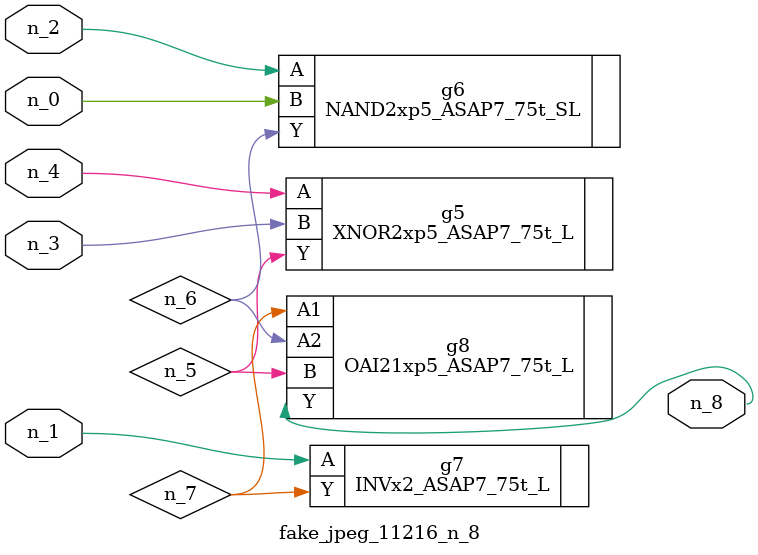
<source format=v>
module fake_jpeg_11216_n_8 (n_3, n_2, n_1, n_0, n_4, n_8);

input n_3;
input n_2;
input n_1;
input n_0;
input n_4;

output n_8;

wire n_6;
wire n_5;
wire n_7;

XNOR2xp5_ASAP7_75t_L g5 ( 
.A(n_4),
.B(n_3),
.Y(n_5)
);

NAND2xp5_ASAP7_75t_SL g6 ( 
.A(n_2),
.B(n_0),
.Y(n_6)
);

INVx2_ASAP7_75t_L g7 ( 
.A(n_1),
.Y(n_7)
);

OAI21xp5_ASAP7_75t_L g8 ( 
.A1(n_7),
.A2(n_6),
.B(n_5),
.Y(n_8)
);


endmodule
</source>
